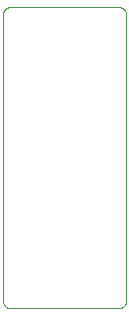
<source format=gtp>
G75*
%MOIN*%
%OFA0B0*%
%FSLAX25Y25*%
%IPPOS*%
%LPD*%
%AMOC8*
5,1,8,0,0,1.08239X$1,22.5*
%
%ADD10C,0.00000*%
D10*
X0003756Y0028933D02*
X0039756Y0028933D01*
X0039854Y0028935D01*
X0039952Y0028941D01*
X0040050Y0028950D01*
X0040147Y0028964D01*
X0040244Y0028981D01*
X0040340Y0029002D01*
X0040435Y0029027D01*
X0040529Y0029055D01*
X0040621Y0029088D01*
X0040713Y0029123D01*
X0040803Y0029163D01*
X0040891Y0029205D01*
X0040978Y0029252D01*
X0041062Y0029301D01*
X0041145Y0029354D01*
X0041225Y0029410D01*
X0041304Y0029470D01*
X0041380Y0029532D01*
X0041453Y0029597D01*
X0041524Y0029665D01*
X0041592Y0029736D01*
X0041657Y0029809D01*
X0041719Y0029885D01*
X0041779Y0029964D01*
X0041835Y0030044D01*
X0041888Y0030127D01*
X0041937Y0030211D01*
X0041984Y0030298D01*
X0042026Y0030386D01*
X0042066Y0030476D01*
X0042101Y0030568D01*
X0042134Y0030660D01*
X0042162Y0030754D01*
X0042187Y0030849D01*
X0042208Y0030945D01*
X0042225Y0031042D01*
X0042239Y0031139D01*
X0042248Y0031237D01*
X0042254Y0031335D01*
X0042256Y0031433D01*
X0042256Y0126884D01*
X0042254Y0126984D01*
X0042248Y0127084D01*
X0042238Y0127184D01*
X0042225Y0127283D01*
X0042207Y0127381D01*
X0042186Y0127479D01*
X0042160Y0127576D01*
X0042131Y0127672D01*
X0042098Y0127767D01*
X0042062Y0127860D01*
X0042022Y0127952D01*
X0041978Y0128042D01*
X0041931Y0128130D01*
X0041880Y0128216D01*
X0041826Y0128301D01*
X0041769Y0128383D01*
X0041709Y0128463D01*
X0041645Y0128540D01*
X0041579Y0128615D01*
X0041509Y0128687D01*
X0041437Y0128757D01*
X0041362Y0128823D01*
X0041285Y0128887D01*
X0041205Y0128947D01*
X0041123Y0129004D01*
X0041038Y0129058D01*
X0040952Y0129109D01*
X0040864Y0129156D01*
X0040774Y0129200D01*
X0040682Y0129240D01*
X0040589Y0129276D01*
X0040494Y0129309D01*
X0040398Y0129338D01*
X0040301Y0129364D01*
X0040203Y0129385D01*
X0040105Y0129403D01*
X0040006Y0129416D01*
X0039906Y0129426D01*
X0039806Y0129432D01*
X0039706Y0129434D01*
X0039706Y0129433D02*
X0003805Y0129433D01*
X0003805Y0129434D02*
X0003705Y0129432D01*
X0003605Y0129426D01*
X0003505Y0129416D01*
X0003406Y0129403D01*
X0003308Y0129385D01*
X0003210Y0129364D01*
X0003113Y0129338D01*
X0003017Y0129309D01*
X0002922Y0129276D01*
X0002829Y0129240D01*
X0002737Y0129200D01*
X0002647Y0129156D01*
X0002559Y0129109D01*
X0002473Y0129058D01*
X0002388Y0129004D01*
X0002306Y0128947D01*
X0002226Y0128887D01*
X0002149Y0128823D01*
X0002074Y0128757D01*
X0002002Y0128687D01*
X0001932Y0128615D01*
X0001866Y0128540D01*
X0001802Y0128463D01*
X0001742Y0128383D01*
X0001685Y0128301D01*
X0001631Y0128216D01*
X0001580Y0128130D01*
X0001533Y0128042D01*
X0001489Y0127952D01*
X0001449Y0127860D01*
X0001413Y0127767D01*
X0001380Y0127672D01*
X0001351Y0127576D01*
X0001325Y0127479D01*
X0001304Y0127381D01*
X0001286Y0127283D01*
X0001273Y0127184D01*
X0001263Y0127084D01*
X0001257Y0126984D01*
X0001255Y0126884D01*
X0001256Y0126884D02*
X0001256Y0031433D01*
X0001258Y0031335D01*
X0001264Y0031237D01*
X0001273Y0031139D01*
X0001287Y0031042D01*
X0001304Y0030945D01*
X0001325Y0030849D01*
X0001350Y0030754D01*
X0001378Y0030660D01*
X0001411Y0030568D01*
X0001446Y0030476D01*
X0001486Y0030386D01*
X0001528Y0030298D01*
X0001575Y0030211D01*
X0001624Y0030127D01*
X0001677Y0030044D01*
X0001733Y0029964D01*
X0001793Y0029885D01*
X0001855Y0029809D01*
X0001920Y0029736D01*
X0001988Y0029665D01*
X0002059Y0029597D01*
X0002132Y0029532D01*
X0002208Y0029470D01*
X0002287Y0029410D01*
X0002367Y0029354D01*
X0002450Y0029301D01*
X0002534Y0029252D01*
X0002621Y0029205D01*
X0002709Y0029163D01*
X0002799Y0029123D01*
X0002891Y0029088D01*
X0002983Y0029055D01*
X0003077Y0029027D01*
X0003172Y0029002D01*
X0003268Y0028981D01*
X0003365Y0028964D01*
X0003462Y0028950D01*
X0003560Y0028941D01*
X0003658Y0028935D01*
X0003756Y0028933D01*
M02*

</source>
